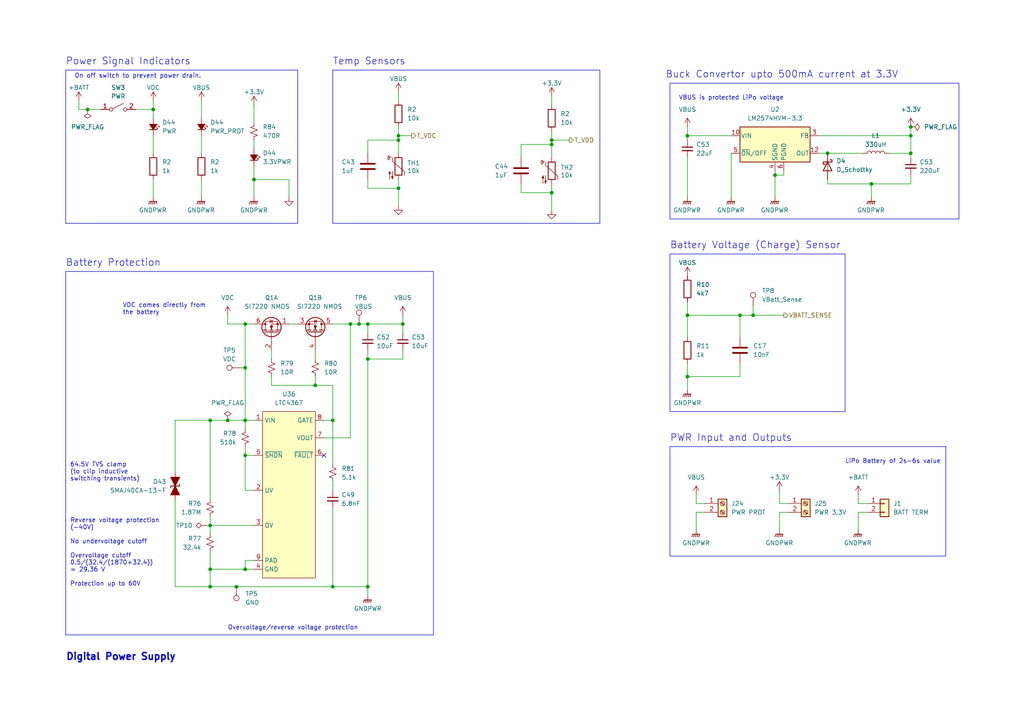
<source format=kicad_sch>
(kicad_sch (version 20230121) (generator eeschema)
  (paper "A4")
  (lib_symbols
    (symbol "Connector:Screw_Terminal_01x02" (pin_names (offset 1.016) hide)
      (property "Reference" "J" (at 0 2.54 0))
      (property "Value" "Screw_Terminal_01x02" (at 0 -5.08 0))
      (symbol "Screw_Terminal_01x02_1_1"
        (pin passive line (at -5.08 0 0) (length 3.81) (name "Pin_1") (number "1"))
        (pin passive line (at -5.08 -2.54 0) (length 3.81) (name "Pin_2") (number "2"))
      )
    )
    (symbol "Connector:TestPoint" (pin_numbers hide) (pin_names (offset 0.762) hide)
      (property "Reference" "TP" (at 0 6.858 0))
      (property "Value" "TestPoint" (at 0 5.08 0))
      (symbol "TestPoint_1_1"
        (pin passive line (at 0 0 90) (length 2.54) (name "1") (number "1"))
      )
    )
    (symbol "Connector:TestPoint_Alt" (pin_numbers hide) (pin_names (offset 0.762) hide)
      (property "Reference" "TP" (at 0 6.858 0))
      (property "Value" "TestPoint_Alt" (at 0 5.08 0))
      (symbol "TestPoint_Alt_1_1"
        (pin passive line (at 0 0 90) (length 2.54) (name "1") (number "1"))
      )
    )
    (symbol "Connector_Generic:Conn_01x02" (pin_names (offset 1.016) hide)
      (property "Reference" "J" (at 0 2.54 0))
      (property "Value" "Conn_01x02" (at 0 -5.08 0))
      (symbol "Conn_01x02_1_1"
        (pin passive line (at -5.08 0 0) (length 3.81) (name "Pin_1") (number "1"))
        (pin passive line (at -5.08 -2.54 0) (length 3.81) (name "Pin_2") (number "2"))
      )
    )
    (symbol "Device:C" (pin_numbers hide) (pin_names (offset 0.254))
      (property "Reference" "C" (at 0.635 2.54 0))
      (property "Value" "C" (at 0.635 -2.54 0))
      (symbol "C_1_1"
        (pin passive line (at 0 3.81 270) (length 2.794) (name "~") (number "1"))
        (pin passive line (at 0 -3.81 90) (length 2.794) (name "~") (number "2"))
      )
    )
    (symbol "Device:C_Small" (pin_numbers hide) (pin_names (offset 0.254) hide)
      (property "Reference" "C" (at 0.254 1.778 0))
      (property "Value" "C_Small" (at 0.254 -2.032 0))
      (symbol "C_Small_1_1"
        (pin passive line (at 0 2.54 270) (length 2.032) (name "~") (number "1"))
        (pin passive line (at 0 -2.54 90) (length 2.032) (name "~") (number "2"))
      )
    )
    (symbol "Device:D_Schottky" (pin_numbers hide) (pin_names (offset 1.016) hide)
      (property "Reference" "D" (at 0 2.54 0))
      (property "Value" "D_Schottky" (at 0 -2.54 0))
      (symbol "D_Schottky_1_1"
        (pin passive line (at -3.81 0 0) (length 2.54) (name "K") (number "1"))
        (pin passive line (at 3.81 0 180) (length 2.54) (name "A") (number "2"))
      )
    )
    (symbol "Device:D_TVS_Filled" (pin_numbers hide) (pin_names (offset 1.016) hide)
      (property "Reference" "D" (at 0 2.54 0))
      (property "Value" "D_TVS_Filled" (at 0 -2.54 0))
      (symbol "D_TVS_Filled_1_1"
        (pin passive line (at -3.81 0 0) (length 2.54) (name "A1") (number "1"))
        (pin passive line (at 3.81 0 180) (length 2.54) (name "A2") (number "2"))
      )
    )
    (symbol "Device:L" (pin_numbers hide) (pin_names (offset 1.016) hide)
      (property "Reference" "L" (at -1.27 0 90))
      (property "Value" "L" (at 1.905 0 90))
      (symbol "L_1_1"
        (pin passive line (at 0 3.81 270) (length 1.27) (name "1") (number "1"))
        (pin passive line (at 0 -3.81 90) (length 1.27) (name "2") (number "2"))
      )
    )
    (symbol "Device:LED_Small_Filled" (pin_numbers hide) (pin_names (offset 0.254) hide)
      (property "Reference" "D" (at -1.27 3.175 0))
      (property "Value" "LED_Small_Filled" (at -4.445 -2.54 0))
      (symbol "LED_Small_Filled_1_1"
        (pin passive line (at -2.54 0 0) (length 1.778) (name "K") (number "1"))
        (pin passive line (at 2.54 0 180) (length 1.778) (name "A") (number "2"))
      )
    )
    (symbol "Device:Q_Dual_NMOS_S1G1S2G2D2D2D1D1" (pin_names (offset 0) hide)
      (property "Reference" "Q1" (at 0 10.16 90))
      (property "Value" "SI7220 NMOS" (at 1.27 7.62 90))
      (symbol "Q_Dual_NMOS_S1G1S2G2D2D2D1D1_1_1"
        (pin passive line (at 2.54 -5.08 90) (length 2.54) (name "S") (number "1"))
        (pin input line (at -5.08 0 0) (length 2.54) (name "G") (number "2"))
        (pin passive line (at 2.54 5.08 270) (length 2.54) (name "D") (number "7"))
      )
      (symbol "Q_Dual_NMOS_S1G1S2G2D2D2D1D1_2_1"
        (pin passive line (at 2.54 -5.08 90) (length 2.54) (name "S") (number "3"))
        (pin input line (at -5.08 0 0) (length 2.54) (name "G") (number "4"))
        (pin passive line (at 2.54 5.08 270) (length 2.54) (name "D") (number "5"))
      )
    )
    (symbol "Device:R" (pin_numbers hide) (pin_names (offset 0))
      (property "Reference" "R" (at 2.032 0 90))
      (property "Value" "R" (at 0 0 90))
      (symbol "R_1_1"
        (pin passive line (at 0 3.81 270) (length 1.27) (name "~") (number "1"))
        (pin passive line (at 0 -3.81 90) (length 1.27) (name "~") (number "2"))
      )
    )
    (symbol "Device:R_Small_US" (pin_numbers hide) (pin_names (offset 0.254) hide)
      (property "Reference" "R" (at 0.762 0.508 0))
      (property "Value" "R_Small_US" (at 0.762 -1.016 0))
      (symbol "R_Small_US_1_1"
        (pin passive line (at 0 2.54 270) (length 1.016) (name "~") (number "1"))
        (pin passive line (at 0 -2.54 90) (length 1.016) (name "~") (number "2"))
      )
    )
    (symbol "Device:Thermistor_NTC" (pin_numbers hide) (pin_names (offset 0))
      (property "Reference" "TH" (at -4.445 0 90))
      (property "Value" "Thermistor_NTC" (at 3.175 0 90))
      (symbol "Thermistor_NTC_1_1"
        (pin passive line (at 0 3.81 270) (length 1.27) (name "~") (number "1"))
        (pin passive line (at 0 -3.81 90) (length 1.27) (name "~") (number "2"))
      )
    )
    (symbol "Q_Dual_NMOS_S1G1S2G2D2D2D1D1_1" (pin_names (offset 0) hide)
      (property "Reference" "Q1" (at 0 10.16 90))
      (property "Value" "Q_Dual_NMOS_S1G1S2G2D2D2D1D1_1" (at -1.27 7.62 90))
      (symbol "Q_Dual_NMOS_S1G1S2G2D2D2D1D1_1_1_1"
        (pin passive line (at 2.54 -5.08 90) (length 2.54) (name "S") (number "1"))
        (pin input line (at -5.08 0 0) (length 2.54) (name "G") (number "2"))
        (pin passive line (at 2.54 5.08 270) (length 2.54) (name "D") (number "6"))
      )
      (symbol "Q_Dual_NMOS_S1G1S2G2D2D2D1D1_1_2_1"
        (pin passive line (at 2.54 -5.08 90) (length 2.54) (name "S") (number "3"))
        (pin input line (at -5.08 0 0) (length 2.54) (name "G") (number "4"))
        (pin passive line (at 2.54 5.08 270) (length 2.54) (name "D") (number "5"))
      )
    )
    (symbol "Regulator_Switching:LM2574HVM-3.3" (pin_names (offset 0.254))
      (property "Reference" "U" (at -10.16 6.35 0))
      (property "Value" "LM2574HVM-3.3" (at -5.08 6.35 0))
      (symbol "LM2574HVM-3.3_1_1"
        (pin power_in line (at -12.7 2.54 0) (length 2.54) (name "VIN") (number "10"))
        (pin output line (at 12.7 -2.54 180) (length 2.54) (name "OUT") (number "12"))
        (pin input line (at 12.7 2.54 180) (length 2.54) (name "FB") (number "3"))
        (pin power_in line (at 0 -7.62 90) (length 2.54) (name "SGND") (number "4"))
        (pin input line (at -12.7 -2.54 0) (length 2.54) (name "~{ON}/OFF") (number "5"))
        (pin power_in line (at 2.54 -7.62 90) (length 2.54) (name "PGND") (number "6"))
      )
    )
    (symbol "Switch:SW_SPST" (pin_names (offset 0) hide)
      (property "Reference" "SW" (at 0 3.175 0))
      (property "Value" "SW_SPST" (at 0 -2.54 0))
      (symbol "SW_SPST_1_1"
        (pin passive line (at -5.08 0 0) (length 2.54) (name "A") (number "1"))
        (pin passive line (at 5.08 0 180) (length 2.54) (name "B") (number "2"))
      )
    )
    (symbol "interface:LTC4367"
      (property "Reference" "U" (at 0 3.81 0))
      (property "Value" "LTC4367" (at 0 1.27 0))
      (symbol "LTC4367_0_0"
        (pin power_in line (at -10.16 -2.54 0) (length 2.54) (name "VIN") (number "1"))
        (pin input line (at -10.16 -22.86 0) (length 2.54) (name "UV") (number "2"))
        (pin input line (at -10.16 -33.02 0) (length 2.54) (name "OV") (number "3"))
        (pin power_in line (at -10.16 -45.72 0) (length 2.54) (name "GND") (number "4"))
        (pin input line (at -10.16 -12.7 0) (length 2.54) (name "~{SHDN}") (number "5"))
        (pin output line (at 10.16 -12.7 180) (length 2.54) (name "~{FAULT}") (number "6"))
        (pin input line (at 10.16 -7.62 180) (length 2.54) (name "VOUT") (number "7"))
        (pin output line (at 10.16 -2.54 180) (length 2.54) (name "GATE") (number "8"))
        (pin passive line (at -10.16 -43.18 0) (length 2.54) (name "PAD") (number "9"))
      )
    )
    (symbol "power:+3.3V" (power) (pin_names (offset 0))
      (property "Value" "+3.3V" (at 0 3.556 0))
      (symbol "+3.3V_1_1"
        (pin power_in line (at 0 0 90) (length 0) hide (name "+3.3V") (number "1"))
      )
    )
    (symbol "power:+BATT" (power) (pin_names (offset 0))
      (property "Value" "+BATT" (at 0 3.556 0))
      (symbol "+BATT_1_1"
        (pin power_in line (at 0 0 90) (length 0) hide (name "+BATT") (number "1"))
      )
    )
    (symbol "power:GND" (power) (pin_names (offset 0))
      (property "Value" "GND" (at 0 -3.81 0))
      (symbol "GND_1_1"
        (pin power_in line (at 0 0 270) (length 0) hide (name "GND") (number "1"))
      )
    )
    (symbol "power:GNDPWR" (power) (pin_names (offset 0))
      (property "Value" "GNDPWR" (at 0 -3.302 0))
      (symbol "GNDPWR_1_1"
        (pin power_in line (at 0 0 270) (length 0) hide (name "GNDPWR") (number "1"))
      )
    )
    (symbol "power:PWR_FLAG" (power) (pin_numbers hide) (pin_names (offset 0) hide)
      (property "Value" "PWR_FLAG" (at 0 3.81 0))
      (symbol "PWR_FLAG_0_0"
        (pin power_out line (at 0 0 90) (length 0) (name "pwr") (number "1"))
      )
    )
    (symbol "power:VBUS" (power) (pin_names (offset 0))
      (property "Value" "VBUS" (at 0 3.81 0))
      (symbol "VBUS_1_1"
        (pin power_in line (at 0 0 90) (length 0) hide (name "VBUS") (number "1"))
      )
    )
    (symbol "power:VDC" (power) (pin_names (offset 0))
      (property "Value" "VDC" (at 0 6.35 0))
      (symbol "VDC_1_1"
        (pin power_in line (at 0 0 90) (length 0) hide (name "VDC") (number "1"))
      )
    )
  )
  (junction (at 115.57 54.61))
  (junction (at 96.52 170.18))
  (junction (at 104.14 93.98))
  (junction (at 91.44 111.76))
  (junction (at 71.12 121.92))
  (junction (at 71.12 132.08))
  (junction (at 160.02 40.64))
  (junction (at 101.6 93.98))
  (junction (at 60.96 152.4))
  (junction (at 160.02 41.91))
  (junction (at 60.96 121.92))
  (junction (at 106.68 93.98))
  (junction (at 68.58 170.18))
  (junction (at 218.44 91.44))
  (junction (at 264.16 44.45))
  (junction (at 264.16 36.83))
  (junction (at 71.12 165.1))
  (junction (at 60.96 170.18))
  (junction (at 224.79 50.8))
  (junction (at 71.12 93.98))
  (junction (at 66.04 121.92))
  (junction (at 240.03 44.45))
  (junction (at 73.66 52.07))
  (junction (at 160.02 55.88))
  (junction (at 252.73 53.34))
  (junction (at 199.39 39.37))
  (junction (at 96.52 121.92))
  (junction (at 44.45 31.75))
  (junction (at 115.57 40.64))
  (junction (at 106.68 170.18))
  (junction (at 71.12 106.68))
  (junction (at 60.96 165.1))
  (junction (at 199.39 91.44))
  (junction (at 199.39 109.22))
  (junction (at 115.57 39.37))
  (junction (at 25.4 31.75))
  (junction (at 116.84 93.98))
  (junction (at 264.16 39.37))
  (junction (at 106.68 104.14))
  (junction (at 214.63 91.44))
  (no_connect (at 93.98 132.08))
  (wire (pts (xy 226.06 148.59) (xy 228.6 148.59)))
  (wire (pts (xy 218.44 91.44) (xy 227.33 91.44)))
  (wire (pts (xy 44.45 52.07) (xy 44.45 57.15)))
  (wire (pts (xy 264.16 39.37) (xy 264.16 44.45)))
  (wire (pts (xy 71.12 121.92) (xy 73.66 121.92)))
  (wire (pts (xy 252.73 53.34) (xy 240.03 53.34)))
  (wire (pts (xy 227.33 49.53) (xy 227.33 50.8)))
  (wire (pts (xy 240.03 44.45) (xy 250.19 44.45)))
  (wire (pts (xy 71.12 132.08) (xy 71.12 142.24)))
  (wire (pts (xy 116.84 93.98) (xy 116.84 96.52)))
  (wire (pts (xy 214.63 109.22) (xy 199.39 109.22)))
  (wire (pts (xy 115.57 54.61) (xy 115.57 52.07)))
  (wire (pts (xy 50.8 170.18) (xy 60.96 170.18)))
  (wire (pts (xy 60.96 165.1) (xy 60.96 170.18)))
  (wire (pts (xy 106.68 104.14) (xy 106.68 170.18)))
  (wire (pts (xy 199.39 39.37) (xy 199.39 40.64)))
  (wire (pts (xy 248.92 153.67) (xy 248.92 148.59)))
  (wire (pts (xy 106.68 54.61) (xy 115.57 54.61)))
  (wire (pts (xy 237.49 44.45) (xy 240.03 44.45)))
  (wire (pts (xy 60.96 152.4) (xy 73.66 152.4)))
  (wire (pts (xy 78.74 111.76) (xy 91.44 111.76)))
  (wire (pts (xy 60.96 144.78) (xy 60.96 121.92)))
  (wire (pts (xy 160.02 38.1) (xy 160.02 40.64)))
  (wire (pts (xy 264.16 36.83) (xy 264.16 39.37)))
  (wire (pts (xy 160.02 27.94) (xy 160.02 30.48)))
  (wire (pts (xy 93.98 127) (xy 101.6 127)))
  (wire (pts (xy 116.84 91.44) (xy 116.84 93.98)))
  (wire (pts (xy 252.73 53.34) (xy 252.73 57.15)))
  (wire (pts (xy 199.39 36.83) (xy 199.39 39.37)))
  (wire (pts (xy 116.84 101.6) (xy 116.84 104.14)))
  (wire (pts (xy 199.39 109.22) (xy 199.39 105.41)))
  (wire (pts (xy 106.68 52.07) (xy 106.68 54.61)))
  (wire (pts (xy 71.12 129.54) (xy 71.12 132.08)))
  (wire (pts (xy 199.39 113.03) (xy 199.39 109.22)))
  (wire (pts (xy 44.45 39.37) (xy 44.45 44.45)))
  (wire (pts (xy 264.16 53.34) (xy 252.73 53.34)))
  (wire (pts (xy 91.44 109.22) (xy 91.44 111.76)))
  (wire (pts (xy 91.44 101.6) (xy 91.44 104.14)))
  (wire (pts (xy 151.13 41.91) (xy 160.02 41.91)))
  (wire (pts (xy 204.47 146.05) (xy 201.93 146.05)))
  (wire (pts (xy 101.6 93.98) (xy 104.14 93.98)))
  (wire (pts (xy 44.45 29.21) (xy 44.45 31.75)))
  (wire (pts (xy 160.02 55.88) (xy 160.02 60.96)))
  (wire (pts (xy 248.92 146.05) (xy 251.46 146.05)))
  (wire (pts (xy 214.63 105.41) (xy 214.63 109.22)))
  (wire (pts (xy 71.12 106.68) (xy 71.12 121.92)))
  (wire (pts (xy 116.84 104.14) (xy 106.68 104.14)))
  (wire (pts (xy 96.52 121.92) (xy 96.52 134.62)))
  (wire (pts (xy 60.96 149.86) (xy 60.96 152.4)))
  (wire (pts (xy 226.06 148.59) (xy 226.06 153.67)))
  (wire (pts (xy 73.66 30.48) (xy 73.66 35.56)))
  (wire (pts (xy 257.81 44.45) (xy 264.16 44.45)))
  (wire (pts (xy 115.57 39.37) (xy 115.57 40.64)))
  (wire (pts (xy 96.52 121.92) (xy 96.52 111.76)))
  (wire (pts (xy 165.1 40.64) (xy 160.02 40.64)))
  (wire (pts (xy 60.96 160.02) (xy 60.96 165.1)))
  (wire (pts (xy 71.12 162.56) (xy 71.12 165.1)))
  (wire (pts (xy 73.66 162.56) (xy 71.12 162.56)))
  (wire (pts (xy 96.52 93.98) (xy 101.6 93.98)))
  (wire (pts (xy 151.13 55.88) (xy 160.02 55.88)))
  (wire (pts (xy 160.02 41.91) (xy 160.02 45.72)))
  (wire (pts (xy 212.09 44.45) (xy 212.09 57.15)))
  (wire (pts (xy 226.06 142.24) (xy 226.06 146.05)))
  (wire (pts (xy 96.52 142.24) (xy 96.52 139.7)))
  (wire (pts (xy 248.92 143.51) (xy 248.92 146.05)))
  (wire (pts (xy 69.85 106.68) (xy 71.12 106.68)))
  (wire (pts (xy 264.16 44.45) (xy 264.16 45.72)))
  (wire (pts (xy 199.39 91.44) (xy 214.63 91.44)))
  (wire (pts (xy 160.02 55.88) (xy 160.02 53.34)))
  (wire (pts (xy 71.12 132.08) (xy 73.66 132.08)))
  (wire (pts (xy 86.36 93.98) (xy 83.82 93.98)))
  (wire (pts (xy 66.04 91.44) (xy 66.04 93.98)))
  (wire (pts (xy 91.44 111.76) (xy 96.52 111.76)))
  (wire (pts (xy 68.58 170.18) (xy 96.52 170.18)))
  (wire (pts (xy 78.74 109.22) (xy 78.74 111.76)))
  (wire (pts (xy 58.42 39.37) (xy 58.42 44.45)))
  (wire (pts (xy 58.42 29.21) (xy 58.42 34.29)))
  (wire (pts (xy 101.6 93.98) (xy 101.6 127)))
  (wire (pts (xy 22.86 31.75) (xy 25.4 31.75)))
  (wire (pts (xy 116.84 93.98) (xy 106.68 93.98)))
  (wire (pts (xy 106.68 170.18) (xy 96.52 170.18)))
  (wire (pts (xy 115.57 26.67) (xy 115.57 29.21)))
  (wire (pts (xy 73.66 93.98) (xy 71.12 93.98)))
  (wire (pts (xy 224.79 49.53) (xy 224.79 50.8)))
  (wire (pts (xy 237.49 39.37) (xy 264.16 39.37)))
  (wire (pts (xy 60.96 165.1) (xy 71.12 165.1)))
  (wire (pts (xy 151.13 45.72) (xy 151.13 41.91)))
  (wire (pts (xy 50.8 121.92) (xy 50.8 137.16)))
  (wire (pts (xy 115.57 36.83) (xy 115.57 39.37)))
  (wire (pts (xy 201.93 146.05) (xy 201.93 143.51)))
  (wire (pts (xy 214.63 91.44) (xy 218.44 91.44)))
  (wire (pts (xy 83.82 52.07) (xy 83.82 57.15)))
  (wire (pts (xy 119.38 39.37) (xy 115.57 39.37)))
  (wire (pts (xy 151.13 53.34) (xy 151.13 55.88)))
  (wire (pts (xy 73.66 52.07) (xy 83.82 52.07)))
  (wire (pts (xy 66.04 121.92) (xy 71.12 121.92)))
  (wire (pts (xy 199.39 91.44) (xy 199.39 97.79)))
  (wire (pts (xy 44.45 31.75) (xy 39.37 31.75)))
  (wire (pts (xy 106.68 170.18) (xy 106.68 172.72)))
  (wire (pts (xy 199.39 45.72) (xy 199.39 57.15)))
  (wire (pts (xy 50.8 144.78) (xy 50.8 170.18)))
  (wire (pts (xy 106.68 40.64) (xy 115.57 40.64)))
  (wire (pts (xy 93.98 121.92) (xy 96.52 121.92)))
  (wire (pts (xy 44.45 31.75) (xy 44.45 34.29)))
  (wire (pts (xy 71.12 93.98) (xy 71.12 106.68)))
  (wire (pts (xy 115.57 40.64) (xy 115.57 44.45)))
  (wire (pts (xy 240.03 53.34) (xy 240.03 52.07)))
  (wire (pts (xy 96.52 147.32) (xy 96.52 170.18)))
  (wire (pts (xy 214.63 91.44) (xy 214.63 97.79)))
  (wire (pts (xy 106.68 44.45) (xy 106.68 40.64)))
  (wire (pts (xy 58.42 52.07) (xy 58.42 57.15)))
  (wire (pts (xy 78.74 101.6) (xy 78.74 104.14)))
  (wire (pts (xy 60.96 170.18) (xy 68.58 170.18)))
  (wire (pts (xy 60.96 121.92) (xy 66.04 121.92)))
  (wire (pts (xy 199.39 87.63) (xy 199.39 91.44)))
  (wire (pts (xy 199.39 39.37) (xy 212.09 39.37)))
  (wire (pts (xy 66.04 93.98) (xy 71.12 93.98)))
  (wire (pts (xy 201.93 148.59) (xy 201.93 153.67)))
  (wire (pts (xy 248.92 148.59) (xy 251.46 148.59)))
  (wire (pts (xy 60.96 121.92) (xy 50.8 121.92)))
  (wire (pts (xy 106.68 104.14) (xy 106.68 101.6)))
  (wire (pts (xy 25.4 31.75) (xy 29.21 31.75)))
  (wire (pts (xy 228.6 146.05) (xy 226.06 146.05)))
  (wire (pts (xy 73.66 57.15) (xy 73.66 52.07)))
  (wire (pts (xy 106.68 93.98) (xy 106.68 96.52)))
  (wire (pts (xy 60.96 152.4) (xy 60.96 154.94)))
  (wire (pts (xy 160.02 40.64) (xy 160.02 41.91)))
  (wire (pts (xy 22.86 29.21) (xy 22.86 31.75)))
  (wire (pts (xy 264.16 50.8) (xy 264.16 53.34)))
  (wire (pts (xy 204.47 148.59) (xy 201.93 148.59)))
  (wire (pts (xy 71.12 142.24) (xy 73.66 142.24)))
  (wire (pts (xy 224.79 50.8) (xy 224.79 57.15)))
  (wire (pts (xy 73.66 52.07) (xy 73.66 48.26)))
  (wire (pts (xy 227.33 50.8) (xy 224.79 50.8)))
  (wire (pts (xy 104.14 93.98) (xy 106.68 93.98)))
  (wire (pts (xy 218.44 88.9) (xy 218.44 91.44)))
  (wire (pts (xy 73.66 40.64) (xy 73.66 43.18)))
  (wire (pts (xy 71.12 165.1) (xy 73.66 165.1)))
  (wire (pts (xy 115.57 54.61) (xy 115.57 59.69)))
  (wire (pts (xy 71.12 124.46) (xy 71.12 121.92)))
  (rectangle (start 194.31 129.54) (end 274.32 161.29))
  (rectangle (start 194.31 73.66) (end 245.11 119.38))
  (rectangle (start 19.05 78.74) (end 125.73 184.15))
  (rectangle (start 194.31 24.13) (end 278.13 63.5))
  (rectangle (start 96.52 20.32) (end 173.99 64.77))
  (rectangle (start 19.05 20.32) (end 86.36 64.77))
  (text "VBUS is protected LiPo voltage\n" (at 196.85 29.21 0) (effects (font (size 1.27 1.27)) (justify left bottom)))
  (text "On off switch to prevent power drain." (at 21.59 22.86 0) (effects (font (size 1.27 1.27)) (justify left bottom)))
  (text "VDC comes directly from\nthe battery " (at 35.56 91.44 0) (effects (font (size 1.27 1.27)) (justify left bottom)))
  (text "Battery Protection\n" (at 19.05 77.47 0) (effects (font (size 2 2)) (justify left bottom)))
  (text "Power Signal Indicators\n" (at 19.05 19.05 0) (effects (font (size 2 2)) (justify left bottom)))
  (text "Temp Sensors\n" (at 96.52 19.05 0) (effects (font (size 2 2)) (justify left bottom)))
  (text "LiPo Battery of 2s-6s value" (at 245.11 134.62 0) (effects (font (size 1.27 1.27)) (justify left bottom)))
  (text "Overvoltage/reverse voltage protection" (at 66.04 182.88 0) (effects (font (size 1.27 1.27)) (justify left bottom)))
  (text "Buck Convertor upto 500mA current at 3.3V" (at 193.04 22.86 0) (effects (font (size 2 2)) (justify left bottom)))
  (text "PWR Input and Outputs\n" (at 194.31 128.27 0) (effects (font (size 2 2)) (justify left bottom)))
  (text "Battery Voltage (Charge) Sensor" (at 194.31 72.39 0) (effects (font (size 2 2)) (justify left bottom)))
  (text "Reverse voltage protection\n(-40V)\n\nNo undervoltage cutoff\n\nOvervoltage cutoff\n0.5/(32.4/(1870+32.4))\n= 29.36 V\n\nProtection up to 60V" (at 20.32 170.18 0) (effects (font (size 1.27 1.27)) (justify left bottom)))
  (text "64.5V TVS clamp\n(to clip inductive\nswitching transients)" (at 20.32 139.7 0) (effects (font (size 1.27 1.27)) (justify left bottom)))
  (text "Digital Power Supply\n" (at 19.05 191.77 0) (effects (font (size 2 2) (thickness 0.4) bold) (justify left bottom)))
  (hierarchical_label "VBATT_SENSE" (shape output) (at 227.33 91.44 0))
  (hierarchical_label "T_VDC" (shape output) (at 119.38 39.37 0))
  (hierarchical_label "T_VDD" (shape output) (at 165.1 40.64 0))
  (symbol (lib_id "power:+3.3V") (at 226.06 142.24 0) (unit 1)
    (property "Reference" "#PWR016" (effects hide))
    (property "Value" "+3.3V" (at 226.06 138.43 0))
    (instances (project "Power" (path "" (reference "#PWR016") (unit 1))) (project "Flight_Board" (path "" (reference "#PWR016") (unit 1))) (project "BLDC_ESC" (path "" (reference "#PWR043") (unit 1))))
  )
  (symbol (lib_id "Regulator_Switching:LM2574HVM-3.3") (at 224.79 41.91 0) (unit 1)
    (property "Reference" "U2" (at 224.79 31.75 0))
    (property "Value" "LM2574HVM-3.3" (at 224.79 34.29 0))
    (property "Footprint" "Package_SO:SOIC-14W_7.5x9mm_P1.27mm" (effects hide))
    (property "Datasheet" "http://www.national.com/ds/LM/LM2574.pdf" (effects hide))
    (instances (project "Flight_Board" (path "" (reference "U2") (unit 1))) (project "BLDC_ESC" (path "" (reference "U6") (unit 1))))
  )
  (symbol (lib_id "power:GNDPWR") (at 73.66 57.15 0) (unit 1)
    (property "Reference" "#PWR0129" (effects hide))
    (property "Value" "GNDPWR" (at 73.66 60.96 0))
    (instances (project "power" (path "" (reference "#PWR0129") (unit 1))) (project "Power" (path "" (reference "#PWR05") (unit 1))) (project "actuation" (path "" (reference "#PWR0129") (unit 1))) (project "Flight_Board" (path "" (reference "#PWR0129") (unit 1))) (project "BLDC_ESC" (path "" (reference "#PWR031") (unit 1))))
  )
  (symbol (lib_id "power:GNDPWR") (at 224.79 57.15 0) (unit 1)
    (property "Reference" "#PWR014" (effects hide))
    (property "Value" "GNDPWR" (at 224.663 60.96 0))
    (instances (project "Power" (path "" (reference "#PWR014") (unit 1))) (project "Flight_Board" (path "" (reference "#PWR021") (unit 1))) (project "BLDC_ESC" (path "" (reference "#PWR042") (unit 1))))
  )
  (symbol (lib_id "Device:R_Small_US") (at 78.74 106.68 0) (unit 1)
    (property "Reference" "R79" (at 81.28 105.41 0) (effects (justify left)))
    (property "Value" "10R" (at 81.28 107.95 0) (effects (justify left)))
    (property "Footprint" "Resistor_SMD:R_0603_1608Metric" (effects hide))
    (property "MPN" "RC0603FR-0710RL" (effects hide))
    (instances (project "power" (path "" (reference "R79") (unit 1))) (project "Power" (path "" (reference "R5") (unit 1))) (project "actuation" (path "" (reference "R79") (unit 1))) (project "Flight_Board" (path "" (reference "R6") (unit 1))) (project "BLDC_ESC" (path "" (reference "R21") (unit 1))))
  )
  (symbol (lib_id "Device:R_Small_US") (at 60.96 157.48 0) (mirror x) (unit 1)
    (property "Reference" "R77" (at 58.42 156.21 0) (effects (justify right)))
    (property "Value" "32.4k" (at 58.42 158.75 0) (effects (justify right)))
    (property "Footprint" "Resistor_SMD:R_0603_1608Metric" (effects hide))
    (property "MPN" "RT0603BRD0732K4L" (effects hide))
    (instances (project "power" (path "" (reference "R77") (unit 1))) (project "Power" (path "" (reference "R3") (unit 1))) (project "actuation" (path "" (reference "R77") (unit 1))) (project "Flight_Board" (path "" (reference "R4") (unit 1))) (project "BLDC_ESC" (path "" (reference "R18") (unit 1))))
  )
  (symbol (lib_id "Device:LED_Small_Filled") (at 58.42 36.83 270) (mirror x) (unit 1)
    (property "Reference" "D44" (at 60.96 35.4965 90) (effects (justify left)))
    (property "Value" "PWR_PROT" (at 60.96 38.0365 90) (effects (justify left)))
    (property "Footprint" "LED_SMD:LED_0603_1608Metric" (effects hide))
    (property "MPN" "LTST-C191KGKT" (effects hide))
    (instances (project "power" (path "" (reference "D44") (unit 1))) (project "Power" (path "" (reference "D1") (unit 1))) (project "actuation" (path "" (reference "D44") (unit 1))) (project "Flight_Board" (path "" (reference "D1") (unit 1))) (project "BLDC_ESC" (path "" (reference "D6") (unit 1))))
  )
  (symbol (lib_id "power:GNDPWR") (at 248.92 153.67 0) (unit 1)
    (property "Reference" "#PWR012" (effects hide))
    (property "Value" "GNDPWR" (at 248.793 157.48 0))
    (instances (project "Power" (path "" (reference "#PWR012") (unit 1))) (project "Flight_Board" (path "" (reference "#PWR012") (unit 1))) (project "BLDC_ESC" (path "" (reference "#PWR046") (unit 1))))
  )
  (symbol (lib_id "power:PWR_FLAG") (at 264.16 36.83 270) (unit 1)
    (property "Reference" "#FLG05" (effects hide))
    (property "Value" "PWR_FLAG" (at 267.97 36.83 90) (effects (justify left)))
  )
  (symbol (lib_id "Switch:SW_SPST") (at 34.29 31.75 0) (unit 1)
    (property "Reference" "SW3" (at 34.29 25.4 0))
    (property "Value" "PWR" (at 34.29 27.94 0))
    (instances (project "Power" (path "" (reference "SW3") (unit 1))) (project "Flight_Board" (path "" (reference "SW3") (unit 1))) (project "BLDC_ESC" (path "" (reference "SW1") (unit 1))))
  )
  (symbol (lib_id "Connector_Generic:Conn_01x02") (at 256.54 146.05 0) (unit 1)
    (property "Reference" "J1" (at 259.08 146.05 0) (effects (justify left)))
    (property "Value" "BATT TERM" (at 259.08 148.59 0) (effects (justify left)))
    (instances (project "Power" (path "" (reference "J1") (unit 1))) (project "Flight_Board" (path "" (reference "J1") (unit 1))) (project "BLDC_ESC" (path "" (reference "J8") (unit 1))))
  )
  (symbol (lib_id "Device:R_Small_US") (at 71.12 127 0) (mirror x) (unit 1)
    (property "Reference" "R78" (at 68.58 125.73 0) (effects (justify right)))
    (property "Value" "510k" (at 68.58 128.27 0) (effects (justify right)))
    (property "Footprint" "Resistor_SMD:R_0603_1608Metric" (effects hide))
    (property "MPN" "RC0603FR-07510KL" (effects hide))
    (instances (project "power" (path "" (reference "R78") (unit 1))) (project "Power" (path "" (reference "R4") (unit 1))) (project "actuation" (path "" (reference "R78") (unit 1))) (project "Flight_Board" (path "" (reference "R5") (unit 1))) (project "BLDC_ESC" (path "" (reference "R20") (unit 1))))
  )
  (symbol (lib_id "power:GND") (at 83.82 57.15 0) (unit 1)
    (property "Reference" "#PWR018" (effects hide))
    (property "Value" "GND" (effects hide))
    (instances (project "Flight_Board" (path "" (reference "#PWR018") (unit 1))) (project "BLDC_ESC" (path "" (reference "#PWR032") (unit 1))))
  )
  (symbol (lib_id "Connector:TestPoint_Alt") (at 60.96 152.4 90) (unit 1)
    (property "Reference" "TP10" (at 55.88 152.4 90) (effects (justify left)))
    (property "Value" "TestPoint_Alt" (effects hide))
    (property "Footprint" "TestPoint:TestPoint_Pad_D2.0mm" (effects hide))
    (instances (project "power" (path "" (reference "TP10") (unit 1))) (project "Power" (path "" (reference "TP1") (unit 1))) (project "actuation" (path "" (reference "TP10") (unit 1))) (project "Flight_Board" (path "" (reference "TP4") (unit 1))) (project "BLDC_ESC" (path "" (reference "TP1") (unit 1))))
  )
  (symbol (lib_id "Device:R_Small_US") (at 60.96 147.32 0) (mirror x) (unit 1)
    (property "Reference" "R76" (at 58.42 146.05 0) (effects (justify right)))
    (property "Value" "1.87M" (at 58.42 148.59 0) (effects (justify right)))
    (property "Footprint" "Resistor_SMD:R_0603_1608Metric" (effects hide))
    (property "MPN" "RC0603FR-071M87L" (effects hide))
    (instances (project "power" (path "" (reference "R76") (unit 1))) (project "Power" (path "" (reference "R1") (unit 1))) (project "actuation" (path "" (reference "R76") (unit 1))) (project "Flight_Board" (path "" (reference "R3") (unit 1))) (project "BLDC_ESC" (path "" (reference "R17") (unit 1))))
  )
  (symbol (lib_id "Connector:Screw_Terminal_01x02") (at 209.55 146.05 0) (unit 1)
    (property "Reference" "J24" (at 212.09 146.05 0) (effects (justify left)))
    (property "Value" "PWR PROT" (at 212.09 148.59 0) (effects (justify left)))
    (property "Footprint" "Connector_AMASS:AMASS_XT60-M_1x02_P7.20mm_Vertical" (effects hide))
    (property "MPN" "XT60-M" (effects hide))
    (instances (project "power" (path "" (reference "J24") (unit 1))) (project "Power" (path "" (reference "J2") (unit 1))) (project "actuation" (path "" (reference "J24") (unit 1))) (project "Flight_Board" (path "" (reference "J2") (unit 1))) (project "BLDC_ESC" (path "" (reference "J4") (unit 1))))
  )
  (symbol (lib_id "Device:R_Small_US") (at 96.52 137.16 0) (unit 1)
    (property "Reference" "R81" (at 99.06 135.89 0) (effects (justify left)))
    (property "Value" "5.1k" (at 99.06 138.43 0) (effects (justify left)))
    (property "Footprint" "Resistor_SMD:R_0603_1608Metric" (effects hide))
    (property "MPN" "AC0603FR-075K1L" (effects hide))
    (instances (project "power" (path "" (reference "R81") (unit 1))) (project "Power" (path "" (reference "R7") (unit 1))) (project "actuation" (path "" (reference "R81") (unit 1))) (project "Flight_Board" (path "" (reference "R8") (unit 1))) (project "BLDC_ESC" (path "" (reference "R23") (unit 1))))
  )
  (symbol (lib_id "Connector:TestPoint") (at 218.44 88.9 0) (unit 1)
    (property "Reference" "TP8" (at 220.98 84.328 0) (effects (justify left)))
    (property "Value" "VBatt_Sense" (at 220.98 86.868 0) (effects (justify left)))
    (instances (project "Flight_Board" (path "" (reference "TP8") (unit 1))) (project "BLDC_ESC" (path "" (reference "TP4") (unit 1))))
  )
  (symbol (lib_id "power:VBUS") (at 201.93 143.51 0) (unit 1)
    (property "Reference" "#PWR0134" (effects hide))
    (property "Value" "VBUS" (at 201.93 138.43 0))
    (instances (project "power" (path "" (reference "#PWR0134") (unit 1))) (project "Power" (path "" (reference "#PWR06") (unit 1))) (project "actuation" (path "" (reference "#PWR0134") (unit 1))) (project "Flight_Board" (path "" (reference "#PWR0134") (unit 1))) (project "BLDC_ESC" (path "" (reference "#PWR039") (unit 1))))
  )
  (symbol (lib_id "power:GNDPWR") (at 201.93 153.67 0) (unit 1)
    (property "Reference" "#PWR0135" (effects hide))
    (property "Value" "GNDPWR" (at 201.93 157.48 0))
    (instances (project "power" (path "" (reference "#PWR0135") (unit 1))) (project "Power" (path "" (reference "#PWR07") (unit 1))) (project "actuation" (path "" (reference "#PWR0135") (unit 1))) (project "Flight_Board" (path "" (reference "#PWR0135") (unit 1))) (project "BLDC_ESC" (path "" (reference "#PWR040") (unit 1))))
  )
  (symbol (lib_id "Device:R_Small_US") (at 91.44 106.68 0) (unit 1)
    (property "Reference" "R80" (at 93.98 105.41 0) (effects (justify left)))
    (property "Value" "10R" (at 93.98 107.95 0) (effects (justify left)))
    (property "Footprint" "Resistor_SMD:R_0603_1608Metric" (effects hide))
    (property "MPN" "RC0603FR-0710RL" (effects hide))
    (instances (project "power" (path "" (reference "R80") (unit 1))) (project "Power" (path "" (reference "R6") (unit 1))) (project "actuation" (path "" (reference "R80") (unit 1))) (project "Flight_Board" (path "" (reference "R7") (unit 1))) (project "BLDC_ESC" (path "" (reference "R22") (unit 1))))
  )
  (symbol (lib_id "Device:R") (at 58.42 48.26 0) (unit 1)
    (property "Reference" "R2" (at 60.96 46.99 0) (effects (justify left)))
    (property "Value" "1k" (at 60.96 49.53 0) (effects (justify left)))
    (property "Footprint" "Resistor_SMD:R_0603_1608Metric" (effects hide))
    (instances (project "Power" (path "" (reference "R2") (unit 1))) (project "Flight_Board" (path "" (reference "R2") (unit 1))) (project "BLDC_ESC" (path "" (reference "R47") (unit 1))))
  )
  (symbol (lib_name "Q_Dual_NMOS_S1G1S2G2D2D2D1D1_1") (lib_id "Device:Q_Dual_NMOS_S1G1S2G2D2D2D1D1") (at 78.74 96.52 90) (unit 1)
    (property "Reference" "Q1" (at 78.74 86.36 90))
    (property "Value" "SI7220 NMOS" (at 77.47 88.9 90))
    (property "Footprint" "Package_SO:Vishay_PowerPAK_1212-8_Dual" (effects hide))
    (property "Datasheet" "https://www.vishay.com/docs/73117/73117.pdf" (effects hide))
    (property "MPN" "SI7220DN-T1-GE3" (effects hide))
    (instances (project "power" (path "" (reference "Q1") (unit 1))) (project "Power" (path "" (reference "Q1") (unit 1))) (project "actuation" (path "" (reference "Q1") (unit 1))) (project "Flight_Board" (path "" (reference "Q1") (unit 1))) (project "BLDC_ESC" (path "" (reference "Q7") (unit 1))))
  )
  (symbol (lib_id "power:VDC") (at 44.45 29.21 0) (unit 1)
    (property "Reference" "#PWR0122" (effects hide))
    (property "Value" "VDC" (at 44.45 25.4 0))
    (instances (project "power" (path "" (reference "#PWR0122") (unit 1))) (project "Power" (path "" (reference "#PWR010") (unit 1))) (project "actuation" (path "" (reference "#PWR0122") (unit 1))) (project "Flight_Board" (path "" (reference "#PWR0122") (unit 1))) (project "BLDC_ESC" (path "" (reference "#PWR027") (unit 1))))
  )
  (symbol (lib_id "power:GNDPWR") (at 58.42 57.15 0) (unit 1)
    (property "Reference" "#PWR014" (effects hide))
    (property "Value" "GNDPWR" (at 58.293 60.96 0))
    (instances (project "Power" (path "" (reference "#PWR014") (unit 1))) (project "Flight_Board" (path "" (reference "#PWR014") (unit 1))) (project "BLDC_ESC" (path "" (reference "#PWR064") (unit 1))))
  )
  (symbol (lib_id "Device:LED_Small_Filled") (at 73.66 45.72 270) (mirror x) (unit 1)
    (property "Reference" "D44" (at 76.2 44.3865 90) (effects (justify left)))
    (property "Value" "3.3VPWR" (at 76.2 46.9265 90) (effects (justify left)))
    (property "Footprint" "LED_SMD:LED_0603_1608Metric" (effects hide))
    (property "MPN" "LTST-C191KGKT" (effects hide))
    (instances (project "power" (path "" (reference "D44") (unit 1))) (project "Power" (path "" (reference "D3") (unit 1))) (project "actuation" (path "" (reference "D44") (unit 1))) (project "Flight_Board" (path "" (reference "D2") (unit 1))) (project "BLDC_ESC" (path "" (reference "D3") (unit 1))))
  )
  (symbol (lib_id "power:VBUS") (at 58.42 29.21 0) (unit 1)
    (property "Reference" "#PWR0125" (effects hide))
    (property "Value" "VBUS" (at 58.42 25.4 0))
    (instances (project "power" (path "" (reference "#PWR0125") (unit 1))) (project "Power" (path "" (reference "#PWR03") (unit 1))) (project "actuation" (path "" (reference "#PWR0125") (unit 1))) (project "Flight_Board" (path "" (reference "#PWR0125") (unit 1))) (project "BLDC_ESC" (path "" (reference "#PWR062") (unit 1))))
  )
  (symbol (lib_id "power:VBUS") (at 199.39 36.83 0) (unit 1)
    (property "Reference" "#PWR0125" (effects hide))
    (property "Value" "VBUS" (at 199.39 31.75 0))
    (instances (project "power" (path "" (reference "#PWR0125") (unit 1))) (project "Power" (path "" (reference "#PWR03") (unit 1))) (project "actuation" (path "" (reference "#PWR0125") (unit 1))) (project "Flight_Board" (path "" (reference "#PWR015") (unit 1))) (project "BLDC_ESC" (path "" (reference "#PWR035") (unit 1))))
  )
  (symbol (lib_id "power:GNDPWR") (at 199.39 113.03 0) (unit 1)
    (property "Reference" "#PWR0124" (effects hide))
    (property "Value" "GNDPWR" (at 199.39 116.84 0))
    (instances (project "power" (path "" (reference "#PWR0124") (unit 1))) (project "Power" (path "" (reference "#PWR02") (unit 1))) (project "actuation" (path "" (reference "#PWR0124") (unit 1))) (project "Flight_Board" (path "" (reference "#PWR030") (unit 1))) (project "BLDC_ESC" (path "" (reference "#PWR038") (unit 1))))
  )
  (symbol (lib_id "Device:L") (at 254 44.45 90) (unit 1)
    (property "Reference" "L1" (at 254 39.37 90))
    (property "Value" "330uH" (at 254 41.91 90))
    (property "Datasheet" "~ 5vin 3.3vout 52627" (effects hide))
  )
  (symbol (lib_id "Device:R") (at 160.02 34.29 0) (unit 1)
    (property "Reference" "R2" (at 162.56 33.02 0) (effects (justify left)))
    (property "Value" "10k" (at 162.56 35.56 0) (effects (justify left)))
    (property "Footprint" "Resistor_SMD:R_0603_1608Metric" (effects hide))
    (instances (project "Power" (path "" (reference "R2") (unit 1))) (project "Flight_Board" (path "" (reference "R2") (unit 1))) (project "BLDC_ESC" (path "" (reference "R45") (unit 1))))
  )
  (symbol (lib_id "Connector:TestPoint") (at 68.58 170.18 180) (unit 1)
    (property "Reference" "TP5" (at 71.12 172.212 0) (effects (justify right)))
    (property "Value" "GND" (at 71.12 174.752 0) (effects (justify right)))
  )
  (symbol (lib_id "Device:Thermistor_NTC") (at 160.02 49.53 0) (unit 1)
    (property "Reference" "TH2" (at 162.56 48.5775 0) (effects (justify left)))
    (property "Value" "10k" (at 162.56 50.8 0) (effects (justify left)))
  )
  (symbol (lib_id "power:+3.3V") (at 160.02 27.94 0) (unit 1)
    (property "Reference" "#PWR017" (effects hide))
    (property "Value" "+3.3V" (at 160.02 24.13 0))
    (instances (project "Power" (path "" (reference "#PWR017") (unit 1))) (project "Flight_Board" (path "" (reference "#PWR017") (unit 1))) (project "BLDC_ESC" (path "" (reference "#PWR060") (unit 1))))
  )
  (symbol (lib_id "Device:C_Small") (at 264.16 48.26 0) (unit 1)
    (property "Reference" "C53" (at 266.7 46.9963 0) (effects (justify left)))
    (property "Value" "220uF" (at 266.7 49.5363 0) (effects (justify left)))
    (property "Footprint" "Capacitor_SMD:C_1206_3216Metric" (effects hide))
    (property "Datasheet" "~ electrolytic 25V" (effects hide))
    (instances (project "power" (path "" (reference "C53") (unit 1))) (project "Power" (path "" (reference "C3") (unit 1))) (project "actuation" (path "" (reference "C53") (unit 1))) (project "Flight_Board" (path "" (reference "C14") (unit 1))) (project "BLDC_ESC" (path "" (reference "C25") (unit 1))))
  )
  (symbol (lib_id "Device:C") (at 106.68 48.26 0) (unit 1)
    (property "Reference" "C43" (at 99.06 46.99 0) (effects (justify left)))
    (property "Value" "1uF" (at 99.06 49.53 0) (effects (justify left)))
  )
  (symbol (lib_id "power:GND") (at 115.57 59.69 0) (unit 1)
    (property "Reference" "#PWR018" (effects hide))
    (property "Value" "GND" (effects hide))
    (instances (project "Flight_Board" (path "" (reference "#PWR018") (unit 1))) (project "BLDC_ESC" (path "" (reference "#PWR058") (unit 1))))
  )
  (symbol (lib_id "power:PWR_FLAG") (at 66.04 121.92 0) (unit 1)
    (property "Reference" "#FLG04" (effects hide))
    (property "Value" "PWR_FLAG" (at 66.04 116.84 0))
  )
  (symbol (lib_id "power:GNDPWR") (at 106.68 172.72 0) (unit 1)
    (property "Reference" "#PWR0124" (effects hide))
    (property "Value" "GNDPWR" (at 106.68 176.53 0))
    (instances (project "power" (path "" (reference "#PWR0124") (unit 1))) (project "Power" (path "" (reference "#PWR02") (unit 1))) (project "actuation" (path "" (reference "#PWR0124") (unit 1))) (project "Flight_Board" (path "" (reference "#PWR0124") (unit 1))) (project "BLDC_ESC" (path "" (reference "#PWR033") (unit 1))))
  )
  (symbol (lib_id "power:+3.3V") (at 264.16 36.83 0) (unit 1)
    (property "Reference" "#PWR022" (effects hide))
    (property "Value" "+3.3V" (at 264.16 31.75 0))
    (instances (project "Flight_Board" (path "" (reference "#PWR022") (unit 1))) (project "BLDC_ESC" (path "" (reference "#PWR048") (unit 1))))
  )
  (symbol (lib_id "Device:R") (at 115.57 33.02 0) (unit 1)
    (property "Reference" "R2" (at 118.11 31.75 0) (effects (justify left)))
    (property "Value" "10k" (at 118.11 34.29 0) (effects (justify left)))
    (property "Footprint" "Resistor_SMD:R_0603_1608Metric" (effects hide))
    (instances (project "Power" (path "" (reference "R2") (unit 1))) (project "Flight_Board" (path "" (reference "R2") (unit 1))) (project "BLDC_ESC" (path "" (reference "R44") (unit 1))))
  )
  (symbol (lib_id "power:VDC") (at 66.04 91.44 0) (unit 1)
    (property "Reference" "#PWR0122" (effects hide))
    (property "Value" "VDC" (at 66.04 86.36 0))
    (instances (project "power" (path "" (reference "#PWR0122") (unit 1))) (project "Power" (path "" (reference "#PWR01") (unit 1))) (project "actuation" (path "" (reference "#PWR0122") (unit 1))) (project "Flight_Board" (path "" (reference "#PWR0122") (unit 1))) (project "BLDC_ESC" (path "" (reference "#PWR029") (unit 1))))
  )
  (symbol (lib_id "Device:D_TVS_Filled") (at 50.8 140.97 270) (mirror x) (unit 1)
    (property "Reference" "D43" (at 48.26 139.7 90) (effects (justify right)))
    (property "Value" "SMAJ40CA-13-F" (at 48.26 142.24 90) (effects (justify right)))
    (property "Footprint" "Diode_SMD:D_SMA" (effects hide))
    (property "MPN" "SMAJ40CA-13-F" (effects hide))
    (instances (project "power" (path "" (reference "D43") (unit 1))) (project "Power" (path "" (reference "D2") (unit 1))) (project "actuation" (path "" (reference "D43") (unit 1))) (project "Flight_Board" (path "" (reference "D3") (unit 1))) (project "BLDC_ESC" (path "" (reference "D2") (unit 1))))
  )
  (symbol (lib_id "Device:Thermistor_NTC") (at 115.57 48.26 0) (unit 1)
    (property "Reference" "TH1" (at 118.11 47.3075 0) (effects (justify left)))
    (property "Value" "10k" (at 118.11 49.53 0) (effects (justify left)))
  )
  (symbol (lib_id "power:GNDPWR") (at 212.09 57.15 0) (unit 1)
    (property "Reference" "#PWR014" (effects hide))
    (property "Value" "GNDPWR" (at 211.963 60.96 0))
    (instances (project "Power" (path "" (reference "#PWR014") (unit 1))) (project "Flight_Board" (path "" (reference "#PWR020") (unit 1))) (project "BLDC_ESC" (path "" (reference "#PWR041") (unit 1))))
  )
  (symbol (lib_id "Device:R") (at 44.45 48.26 0) (unit 1)
    (property "Reference" "R2" (at 46.99 46.99 0) (effects (justify left)))
    (property "Value" "1k" (at 46.99 49.53 0) (effects (justify left)))
    (property "Footprint" "Resistor_SMD:R_0603_1608Metric" (effects hide))
    (instances (project "Power" (path "" (reference "R2") (unit 1))) (project "Flight_Board" (path "" (reference "R2") (unit 1))) (project "BLDC_ESC" (path "" (reference "R16") (unit 1))))
  )
  (symbol (lib_id "Device:R_Small_US") (at 73.66 38.1 0) (mirror y) (unit 1)
    (property "Reference" "R84" (at 76.2 36.83 0) (effects (justify right)))
    (property "Value" "470R" (at 76.2 39.37 0) (effects (justify right)))
    (property "Footprint" "Resistor_SMD:R_0603_1608Metric" (effects hide))
    (property "MPN" "RC0603FR-07470RL" (effects hide))
    (instances (project "power" (path "" (reference "R84") (unit 1))) (project "Power" (path "" (reference "R8") (unit 1))) (project "actuation" (path "" (reference "R84") (unit 1))) (project "Flight_Board" (path "" (reference "R9") (unit 1))) (project "BLDC_ESC" (path "" (reference "R19") (unit 1))))
  )
  (symbol (lib_id "Device:C_Small") (at 96.52 144.78 0) (unit 1)
    (property "Reference" "C49" (at 99.06 143.51 0) (effects (justify left)))
    (property "Value" "6.8nF" (at 99.06 146.05 0) (effects (justify left)))
    (property "Footprint" "Capacitor_SMD:C_0603_1608Metric" (effects hide))
    (property "MPN" "GRM1885C1H682JA01D" (effects hide))
    (instances (project "power" (path "" (reference "C49") (unit 1))) (project "Power" (path "" (reference "C1") (unit 1))) (project "actuation" (path "" (reference "C49") (unit 1))) (project "Flight_Board" (path "" (reference "C10") (unit 1))) (project "BLDC_ESC" (path "" (reference "C20") (unit 1))))
  )
  (symbol (lib_id "power:VBUS") (at 116.84 91.44 0) (unit 1)
    (property "Reference" "#PWR0125" (effects hide))
    (property "Value" "VBUS" (at 116.84 86.36 0))
    (instances (project "power" (path "" (reference "#PWR0125") (unit 1))) (project "Power" (path "" (reference "#PWR03") (unit 1))) (project "actuation" (path "" (reference "#PWR0125") (unit 1))) (project "Flight_Board" (path "" (reference "#PWR0125") (unit 1))) (project "BLDC_ESC" (path "" (reference "#PWR034") (unit 1))))
  )
  (symbol (lib_id "Device:Q_Dual_NMOS_S1G1S2G2D2D2D1D1") (at 91.44 96.52 270) (mirror x) (unit 2)
    (property "Reference" "Q1" (at 91.44 86.36 90))
    (property "Value" "SI7220 NMOS" (at 92.71 88.9 90))
    (property "Footprint" "Package_SO:Vishay_PowerPAK_1212-8_Dual" (effects hide))
    (property "Datasheet" "https://www.vishay.com/docs/73117/73117.pdf" (effects hide))
    (property "MPN" "SI7220DN-T1-GE3" (effects hide))
    (instances (project "power" (path "" (reference "Q1") (unit 2))) (project "Power" (path "" (reference "Q1") (unit 2))) (project "actuation" (path "" (reference "Q1") (unit 2))) (project "Flight_Board" (path "" (reference "Q1") (unit 2))) (project "BLDC_ESC" (path "" (reference "Q7") (unit 2))))
  )
  (symbol (lib_id "power:GNDPWR") (at 252.73 57.15 0) (unit 1)
    (property "Reference" "#PWR014" (effects hide))
    (property "Value" "GNDPWR" (at 252.603 60.96 0))
    (instances (project "Power" (path "" (reference "#PWR014") (unit 1))) (project "Flight_Board" (path "" (reference "#PWR023") (unit 1))) (project "BLDC_ESC" (path "" (reference "#PWR047") (unit 1))))
  )
  (symbol (lib_id "Connector:Screw_Terminal_01x02") (at 233.68 146.05 0) (unit 1)
    (property "Reference" "J25" (at 236.22 146.05 0) (effects (justify left)))
    (property "Value" "PWR 3.3V" (at 236.22 148.59 0) (effects (justify left)))
    (property "Footprint" "Connector_AMASS:AMASS_XT60-M_1x02_P7.20mm_Vertical" (effects hide))
    (property "MPN" "XT60-M" (effects hide))
    (instances (project "power" (path "" (reference "J25") (unit 1))) (project "Power" (path "" (reference "J3") (unit 1))) (project "actuation" (path "" (reference "J25") (unit 1))) (project "Flight_Board" (path "" (reference "J3") (unit 1))) (project "BLDC_ESC" (path "" (reference "J7") (unit 1))))
  )
  (symbol (lib_id "power:GNDPWR") (at 199.39 57.15 0) (unit 1)
    (property "Reference" "#PWR014" (effects hide))
    (property "Value" "GNDPWR" (at 199.263 60.96 0))
    (instances (project "Power" (path "" (reference "#PWR014") (unit 1))) (project "Flight_Board" (path "" (reference "#PWR019") (unit 1))) (project "BLDC_ESC" (path "" (reference "#PWR036") (unit 1))))
  )
  (symbol (lib_id "Device:C") (at 151.13 49.53 0) (unit 1)
    (property "Reference" "C44" (at 143.51 48.26 0) (effects (justify left)))
    (property "Value" "1uF" (at 143.51 50.8 0) (effects (justify left)))
  )
  (symbol (lib_id "Device:C_Small") (at 199.39 43.18 0) (unit 1)
    (property "Reference" "C53" (at 201.93 41.9163 0) (effects (justify left)))
    (property "Value" "22uF" (at 201.93 44.4563 0) (effects (justify left)))
    (property "Footprint" "Capacitor_SMD:C_1206_3216Metric" (effects hide))
    (property "Datasheet" "~ Electrolytic 75V" (effects hide))
    (instances (project "power" (path "" (reference "C53") (unit 1))) (project "Power" (path "" (reference "C3") (unit 1))) (project "actuation" (path "" (reference "C53") (unit 1))) (project "Flight_Board" (path "" (reference "C13") (unit 1))) (project "BLDC_ESC" (path "" (reference "C23") (unit 1))))
  )
  (symbol (lib_id "power:GNDPWR") (at 44.45 57.15 0) (unit 1)
    (property "Reference" "#PWR014" (effects hide))
    (property "Value" "GNDPWR" (at 44.323 60.96 0))
    (instances (project "Power" (path "" (reference "#PWR014") (unit 1))) (project "Flight_Board" (path "" (reference "#PWR014") (unit 1))) (project "BLDC_ESC" (path "" (reference "#PWR028") (unit 1))))
  )
  (symbol (lib_id "power:PWR_FLAG") (at 25.4 31.75 180) (unit 1)
    (property "Reference" "#FLG01" (effects hide))
    (property "Value" "PWR_FLAG" (at 25.4 36.83 0))
  )
  (symbol (lib_id "power:+BATT") (at 22.86 29.21 0) (unit 1)
    (property "Reference" "#PWR013" (effects hide))
    (property "Value" "+BATT" (at 22.86 25.4 0))
    (instances (project "Power" (path "" (reference "#PWR013") (unit 1))) (project "Flight_Board" (path "" (reference "#PWR013") (unit 1))) (project "BLDC_ESC" (path "" (reference "#PWR026") (unit 1))))
  )
  (symbol (lib_id "power:VBUS") (at 199.39 80.01 0) (unit 1)
    (property "Reference" "#PWR0125" (effects hide))
    (property "Value" "VBUS" (at 199.39 76.2 0))
    (instances (project "power" (path "" (reference "#PWR0125") (unit 1))) (project "Power" (path "" (reference "#PWR03") (unit 1))) (project "actuation" (path "" (reference "#PWR0125") (unit 1))) (project "Flight_Board" (path "" (reference "#PWR029") (unit 1))) (project "BLDC_ESC" (path "" (reference "#PWR037") (unit 1))))
  )
  (symbol (lib_id "Device:C_Small") (at 116.84 99.06 0) (unit 1)
    (property "Reference" "C53" (at 119.38 97.7963 0) (effects (justify left)))
    (property "Value" "10uF" (at 119.38 100.3363 0) (effects (justify left)))
    (property "Footprint" "Capacitor_SMD:C_1206_3216Metric" (effects hide))
    (property "MPN" "CL31B106KBHNNNE" (effects hide))
    (instances (project "power" (path "" (reference "C53") (unit 1))) (project "Power" (path "" (reference "C3") (unit 1))) (project "actuation" (path "" (reference "C53") (unit 1))) (project "Flight_Board" (path "" (reference "C12") (unit 1))) (project "BLDC_ESC" (path "" (reference "C22") (unit 1))))
  )
  (symbol (lib_id "Device:R") (at 199.39 101.6 0) (unit 1)
    (property "Reference" "R11" (at 201.93 100.33 0) (effects (justify left)))
    (property "Value" "1k" (at 201.93 102.87 0) (effects (justify left)))
    (instances (project "Flight_Board" (path "" (reference "R11") (unit 1))) (project "BLDC_ESC" (path "" (reference "R25") (unit 1))))
  )
  (symbol (lib_id "power:+BATT") (at 248.92 143.51 0) (unit 1)
    (property "Reference" "#PWR011" (effects hide))
    (property "Value" "+BATT" (at 248.92 138.43 0))
    (instances (project "Power" (path "" (reference "#PWR011") (unit 1))) (project "Flight_Board" (path "" (reference "#PWR011") (unit 1))) (project "BLDC_ESC" (path "" (reference "#PWR045") (unit 1))))
  )
  (symbol (lib_id "Connector:TestPoint") (at 104.14 93.98 0) (unit 1)
    (property "Reference" "TP6" (at 102.87 86.36 0) (effects (justify left)))
    (property "Value" "VBUS" (at 102.87 88.9 0) (effects (justify left)))
    (instances (project "Flight_Board" (path "" (reference "TP6") (unit 1))) (project "BLDC_ESC" (path "" (reference "TP3") (unit 1))))
  )
  (symbol (lib_id "Device:D_Schottky") (at 240.03 48.26 270) (unit 1)
    (property "Reference" "D4" (at 242.57 46.6725 90) (effects (justify left)))
    (property "Value" "D_Schottky" (at 242.57 49.2125 90) (effects (justify left)))
  )
  (symbol (lib_id "interface:LTC4367") (at 83.82 119.38 0) (unit 1)
    (property "Reference" "U36" (at 83.82 114.3 0))
    (property "Value" "LTC4367" (at 83.82 116.84 0))
    (property "Footprint" "Package_DFN_QFN:DFN-8-1EP_3x3mm_P0.5mm_EP1.65x2.38mm" (effects hide))
    (property "Datasheet" "https://www.analog.com/media/en/technical-documentation/data-sheets/ltc4367.pdf" (effects hide))
    (property "MPN" "LTC4367IDD-1#PBF" (effects hide))
    (instances (project "power" (path "" (reference "U36") (unit 1))) (project "Power" (path "" (reference "U1") (unit 1))) (project "actuation" (path "" (reference "U36") (unit 1))) (project "Flight_Board" (path "" (reference "U3") (unit 1))) (project "BLDC_ESC" (path "" (reference "U4") (unit 1))))
  )
  (symbol (lib_id "power:+3.3V") (at 73.66 30.48 0) (unit 1)
    (property "Reference" "#PWR017" (effects hide))
    (property "Value" "+3.3V" (at 73.66 26.67 0))
    (instances (project "Power" (path "" (reference "#PWR017") (unit 1))) (project "Flight_Board" (path "" (reference "#PWR017") (unit 1))) (project "BLDC_ESC" (path "" (reference "#PWR030") (unit 1))))
  )
  (symbol (lib_id "power:VBUS") (at 115.57 26.67 0) (unit 1)
    (property "Reference" "#PWR0125" (effects hide))
    (property "Value" "VBUS" (at 115.57 22.86 0))
    (instances (project "power" (path "" (reference "#PWR0125") (unit 1))) (project "Power" (path "" (reference "#PWR03") (unit 1))) (project "actuation" (path "" (reference "#PWR0125") (unit 1))) (project "Flight_Board" (path "" (reference "#PWR0125") (unit 1))) (project "BLDC_ESC" (path "" (reference "#PWR059") (unit 1))))
  )
  (symbol (lib_id "Device:C_Small") (at 106.68 99.06 0) (unit 1)
    (property "Reference" "C52" (at 109.22 97.7963 0) (effects (justify left)))
    (property "Value" "10uF" (at 109.22 100.3363 0) (effects (justify left)))
    (property "Footprint" "Capacitor_SMD:C_1206_3216Metric" (effects hide))
    (property "MPN" "CL31B106KBHNNNE" (effects hide))
    (instances (project "power" (path "" (reference "C52") (unit 1))) (project "Power" (path "" (reference "C2") (unit 1))) (project "actuation" (path "" (reference "C52") (unit 1))) (project "Flight_Board" (path "" (reference "C11") (unit 1))) (project "BLDC_ESC" (path "" (reference "C21") (unit 1))))
  )
  (symbol (lib_id "Connector:TestPoint") (at 69.85 106.68 90) (unit 1)
    (property "Reference" "TP5" (at 66.548 101.6 90))
    (property "Value" "VDC" (at 66.548 104.14 90))
    (instances (project "Flight_Board" (path "" (reference "TP5") (unit 1))) (project "BLDC_ESC" (path "" (reference "TP2") (unit 1))))
  )
  (symbol (lib_id "power:GNDPWR") (at 226.06 153.67 0) (unit 1)
    (property "Reference" "#PWR0136" (effects hide))
    (property "Value" "GNDPWR" (at 226.06 157.48 0))
    (instances (project "power" (path "" (reference "#PWR0136") (unit 1))) (project "Power" (path "" (reference "#PWR08") (unit 1))) (project "actuation" (path "" (reference "#PWR0136") (unit 1))) (project "Flight_Board" (path "" (reference "#PWR0136") (unit 1))) (project "BLDC_ESC" (path "" (reference "#PWR044") (unit 1))))
  )
  (symbol (lib_id "Device:LED_Small_Filled") (at 44.45 36.83 270) (mirror x) (unit 1)
    (property "Reference" "D44" (at 46.99 35.4965 90) (effects (justify left)))
    (property "Value" "PWR" (at 46.99 38.0365 90) (effects (justify left)))
    (property "Footprint" "LED_SMD:LED_0603_1608Metric" (effects hide))
    (property "MPN" "LTST-C191KGKT" (effects hide))
    (instances (project "power" (path "" (reference "D44") (unit 1))) (project "Power" (path "" (reference "D1") (unit 1))) (project "actuation" (path "" (reference "D44") (unit 1))) (project "Flight_Board" (path "" (reference "D1") (unit 1))) (project "BLDC_ESC" (path "" (reference "D1") (unit 1))))
  )
  (symbol (lib_id "Device:C") (at 214.63 101.6 0) (unit 1)
    (property "Reference" "C17" (at 218.44 100.33 0) (effects (justify left)))
    (property "Value" "10nF" (at 218.44 102.87 0) (effects (justify left)))
    (instances (project "Flight_Board" (path "" (reference "C17") (unit 1))) (project "BLDC_ESC" (path "" (reference "C24") (unit 1))))
  )
  (symbol (lib_id "Device:R") (at 199.39 83.82 0) (unit 1)
    (property "Reference" "R10" (at 201.93 82.55 0) (effects (justify left)))
    (property "Value" "4k7" (at 201.93 85.09 0) (effects (justify left)))
    (instances (project "Flight_Board" (path "" (reference "R10") (unit 1))) (project "BLDC_ESC" (path "" (reference "R24") (unit 1))))
  )
  (symbol (lib_id "power:GND") (at 160.02 60.96 0) (unit 1)
    (property "Reference" "#PWR018" (effects hide))
    (property "Value" "GND" (effects hide))
    (instances (project "Flight_Board" (path "" (reference "#PWR018") (unit 1))) (project "BLDC_ESC" (path "" (reference "#PWR061") (unit 1))))
  )
)
</source>
